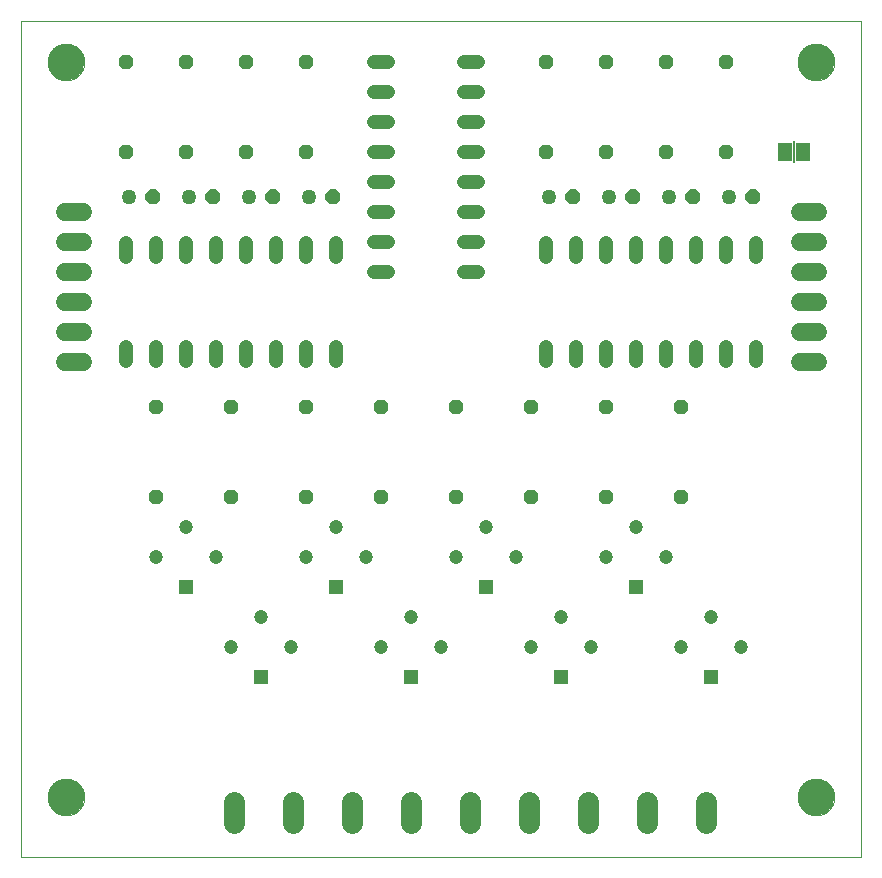
<source format=gbs>
G75*
%MOIN*%
%OFA0B0*%
%FSLAX25Y25*%
%IPPOS*%
%LPD*%
%AMOC8*
5,1,8,0,0,1.08239X$1,22.5*
%
%ADD10C,0.00000*%
%ADD11C,0.12205*%
%ADD12C,0.04800*%
%ADD13R,0.04724X0.04724*%
%ADD14C,0.04724*%
%ADD15C,0.07050*%
%ADD16OC8,0.04800*%
%ADD17OC8,0.05000*%
%ADD18C,0.05000*%
%ADD19R,0.04600X0.06300*%
%ADD20R,0.00600X0.07200*%
%ADD21C,0.06000*%
D10*
X0001600Y0012379D02*
X0001600Y0291080D01*
X0281521Y0291080D01*
X0281521Y0012379D01*
X0001600Y0012379D01*
X0010498Y0032379D02*
X0010500Y0032535D01*
X0010506Y0032691D01*
X0010516Y0032846D01*
X0010530Y0033001D01*
X0010548Y0033156D01*
X0010570Y0033310D01*
X0010595Y0033464D01*
X0010625Y0033617D01*
X0010659Y0033769D01*
X0010696Y0033921D01*
X0010737Y0034071D01*
X0010782Y0034220D01*
X0010831Y0034368D01*
X0010884Y0034515D01*
X0010940Y0034660D01*
X0011000Y0034804D01*
X0011064Y0034946D01*
X0011132Y0035087D01*
X0011203Y0035225D01*
X0011277Y0035362D01*
X0011355Y0035497D01*
X0011436Y0035630D01*
X0011521Y0035761D01*
X0011609Y0035890D01*
X0011700Y0036016D01*
X0011795Y0036140D01*
X0011892Y0036261D01*
X0011993Y0036380D01*
X0012097Y0036497D01*
X0012203Y0036610D01*
X0012313Y0036721D01*
X0012425Y0036829D01*
X0012540Y0036934D01*
X0012658Y0037037D01*
X0012778Y0037136D01*
X0012901Y0037232D01*
X0013026Y0037325D01*
X0013153Y0037414D01*
X0013283Y0037501D01*
X0013415Y0037584D01*
X0013549Y0037663D01*
X0013685Y0037740D01*
X0013823Y0037812D01*
X0013962Y0037882D01*
X0014104Y0037947D01*
X0014247Y0038009D01*
X0014391Y0038067D01*
X0014537Y0038122D01*
X0014685Y0038173D01*
X0014833Y0038220D01*
X0014983Y0038263D01*
X0015134Y0038302D01*
X0015286Y0038338D01*
X0015438Y0038369D01*
X0015592Y0038397D01*
X0015746Y0038421D01*
X0015900Y0038441D01*
X0016055Y0038457D01*
X0016211Y0038469D01*
X0016366Y0038477D01*
X0016522Y0038481D01*
X0016678Y0038481D01*
X0016834Y0038477D01*
X0016989Y0038469D01*
X0017145Y0038457D01*
X0017300Y0038441D01*
X0017454Y0038421D01*
X0017608Y0038397D01*
X0017762Y0038369D01*
X0017914Y0038338D01*
X0018066Y0038302D01*
X0018217Y0038263D01*
X0018367Y0038220D01*
X0018515Y0038173D01*
X0018663Y0038122D01*
X0018809Y0038067D01*
X0018953Y0038009D01*
X0019096Y0037947D01*
X0019238Y0037882D01*
X0019377Y0037812D01*
X0019515Y0037740D01*
X0019651Y0037663D01*
X0019785Y0037584D01*
X0019917Y0037501D01*
X0020047Y0037414D01*
X0020174Y0037325D01*
X0020299Y0037232D01*
X0020422Y0037136D01*
X0020542Y0037037D01*
X0020660Y0036934D01*
X0020775Y0036829D01*
X0020887Y0036721D01*
X0020997Y0036610D01*
X0021103Y0036497D01*
X0021207Y0036380D01*
X0021308Y0036261D01*
X0021405Y0036140D01*
X0021500Y0036016D01*
X0021591Y0035890D01*
X0021679Y0035761D01*
X0021764Y0035630D01*
X0021845Y0035497D01*
X0021923Y0035362D01*
X0021997Y0035225D01*
X0022068Y0035087D01*
X0022136Y0034946D01*
X0022200Y0034804D01*
X0022260Y0034660D01*
X0022316Y0034515D01*
X0022369Y0034368D01*
X0022418Y0034220D01*
X0022463Y0034071D01*
X0022504Y0033921D01*
X0022541Y0033769D01*
X0022575Y0033617D01*
X0022605Y0033464D01*
X0022630Y0033310D01*
X0022652Y0033156D01*
X0022670Y0033001D01*
X0022684Y0032846D01*
X0022694Y0032691D01*
X0022700Y0032535D01*
X0022702Y0032379D01*
X0022700Y0032223D01*
X0022694Y0032067D01*
X0022684Y0031912D01*
X0022670Y0031757D01*
X0022652Y0031602D01*
X0022630Y0031448D01*
X0022605Y0031294D01*
X0022575Y0031141D01*
X0022541Y0030989D01*
X0022504Y0030837D01*
X0022463Y0030687D01*
X0022418Y0030538D01*
X0022369Y0030390D01*
X0022316Y0030243D01*
X0022260Y0030098D01*
X0022200Y0029954D01*
X0022136Y0029812D01*
X0022068Y0029671D01*
X0021997Y0029533D01*
X0021923Y0029396D01*
X0021845Y0029261D01*
X0021764Y0029128D01*
X0021679Y0028997D01*
X0021591Y0028868D01*
X0021500Y0028742D01*
X0021405Y0028618D01*
X0021308Y0028497D01*
X0021207Y0028378D01*
X0021103Y0028261D01*
X0020997Y0028148D01*
X0020887Y0028037D01*
X0020775Y0027929D01*
X0020660Y0027824D01*
X0020542Y0027721D01*
X0020422Y0027622D01*
X0020299Y0027526D01*
X0020174Y0027433D01*
X0020047Y0027344D01*
X0019917Y0027257D01*
X0019785Y0027174D01*
X0019651Y0027095D01*
X0019515Y0027018D01*
X0019377Y0026946D01*
X0019238Y0026876D01*
X0019096Y0026811D01*
X0018953Y0026749D01*
X0018809Y0026691D01*
X0018663Y0026636D01*
X0018515Y0026585D01*
X0018367Y0026538D01*
X0018217Y0026495D01*
X0018066Y0026456D01*
X0017914Y0026420D01*
X0017762Y0026389D01*
X0017608Y0026361D01*
X0017454Y0026337D01*
X0017300Y0026317D01*
X0017145Y0026301D01*
X0016989Y0026289D01*
X0016834Y0026281D01*
X0016678Y0026277D01*
X0016522Y0026277D01*
X0016366Y0026281D01*
X0016211Y0026289D01*
X0016055Y0026301D01*
X0015900Y0026317D01*
X0015746Y0026337D01*
X0015592Y0026361D01*
X0015438Y0026389D01*
X0015286Y0026420D01*
X0015134Y0026456D01*
X0014983Y0026495D01*
X0014833Y0026538D01*
X0014685Y0026585D01*
X0014537Y0026636D01*
X0014391Y0026691D01*
X0014247Y0026749D01*
X0014104Y0026811D01*
X0013962Y0026876D01*
X0013823Y0026946D01*
X0013685Y0027018D01*
X0013549Y0027095D01*
X0013415Y0027174D01*
X0013283Y0027257D01*
X0013153Y0027344D01*
X0013026Y0027433D01*
X0012901Y0027526D01*
X0012778Y0027622D01*
X0012658Y0027721D01*
X0012540Y0027824D01*
X0012425Y0027929D01*
X0012313Y0028037D01*
X0012203Y0028148D01*
X0012097Y0028261D01*
X0011993Y0028378D01*
X0011892Y0028497D01*
X0011795Y0028618D01*
X0011700Y0028742D01*
X0011609Y0028868D01*
X0011521Y0028997D01*
X0011436Y0029128D01*
X0011355Y0029261D01*
X0011277Y0029396D01*
X0011203Y0029533D01*
X0011132Y0029671D01*
X0011064Y0029812D01*
X0011000Y0029954D01*
X0010940Y0030098D01*
X0010884Y0030243D01*
X0010831Y0030390D01*
X0010782Y0030538D01*
X0010737Y0030687D01*
X0010696Y0030837D01*
X0010659Y0030989D01*
X0010625Y0031141D01*
X0010595Y0031294D01*
X0010570Y0031448D01*
X0010548Y0031602D01*
X0010530Y0031757D01*
X0010516Y0031912D01*
X0010506Y0032067D01*
X0010500Y0032223D01*
X0010498Y0032379D01*
X0010498Y0277379D02*
X0010500Y0277535D01*
X0010506Y0277691D01*
X0010516Y0277846D01*
X0010530Y0278001D01*
X0010548Y0278156D01*
X0010570Y0278310D01*
X0010595Y0278464D01*
X0010625Y0278617D01*
X0010659Y0278769D01*
X0010696Y0278921D01*
X0010737Y0279071D01*
X0010782Y0279220D01*
X0010831Y0279368D01*
X0010884Y0279515D01*
X0010940Y0279660D01*
X0011000Y0279804D01*
X0011064Y0279946D01*
X0011132Y0280087D01*
X0011203Y0280225D01*
X0011277Y0280362D01*
X0011355Y0280497D01*
X0011436Y0280630D01*
X0011521Y0280761D01*
X0011609Y0280890D01*
X0011700Y0281016D01*
X0011795Y0281140D01*
X0011892Y0281261D01*
X0011993Y0281380D01*
X0012097Y0281497D01*
X0012203Y0281610D01*
X0012313Y0281721D01*
X0012425Y0281829D01*
X0012540Y0281934D01*
X0012658Y0282037D01*
X0012778Y0282136D01*
X0012901Y0282232D01*
X0013026Y0282325D01*
X0013153Y0282414D01*
X0013283Y0282501D01*
X0013415Y0282584D01*
X0013549Y0282663D01*
X0013685Y0282740D01*
X0013823Y0282812D01*
X0013962Y0282882D01*
X0014104Y0282947D01*
X0014247Y0283009D01*
X0014391Y0283067D01*
X0014537Y0283122D01*
X0014685Y0283173D01*
X0014833Y0283220D01*
X0014983Y0283263D01*
X0015134Y0283302D01*
X0015286Y0283338D01*
X0015438Y0283369D01*
X0015592Y0283397D01*
X0015746Y0283421D01*
X0015900Y0283441D01*
X0016055Y0283457D01*
X0016211Y0283469D01*
X0016366Y0283477D01*
X0016522Y0283481D01*
X0016678Y0283481D01*
X0016834Y0283477D01*
X0016989Y0283469D01*
X0017145Y0283457D01*
X0017300Y0283441D01*
X0017454Y0283421D01*
X0017608Y0283397D01*
X0017762Y0283369D01*
X0017914Y0283338D01*
X0018066Y0283302D01*
X0018217Y0283263D01*
X0018367Y0283220D01*
X0018515Y0283173D01*
X0018663Y0283122D01*
X0018809Y0283067D01*
X0018953Y0283009D01*
X0019096Y0282947D01*
X0019238Y0282882D01*
X0019377Y0282812D01*
X0019515Y0282740D01*
X0019651Y0282663D01*
X0019785Y0282584D01*
X0019917Y0282501D01*
X0020047Y0282414D01*
X0020174Y0282325D01*
X0020299Y0282232D01*
X0020422Y0282136D01*
X0020542Y0282037D01*
X0020660Y0281934D01*
X0020775Y0281829D01*
X0020887Y0281721D01*
X0020997Y0281610D01*
X0021103Y0281497D01*
X0021207Y0281380D01*
X0021308Y0281261D01*
X0021405Y0281140D01*
X0021500Y0281016D01*
X0021591Y0280890D01*
X0021679Y0280761D01*
X0021764Y0280630D01*
X0021845Y0280497D01*
X0021923Y0280362D01*
X0021997Y0280225D01*
X0022068Y0280087D01*
X0022136Y0279946D01*
X0022200Y0279804D01*
X0022260Y0279660D01*
X0022316Y0279515D01*
X0022369Y0279368D01*
X0022418Y0279220D01*
X0022463Y0279071D01*
X0022504Y0278921D01*
X0022541Y0278769D01*
X0022575Y0278617D01*
X0022605Y0278464D01*
X0022630Y0278310D01*
X0022652Y0278156D01*
X0022670Y0278001D01*
X0022684Y0277846D01*
X0022694Y0277691D01*
X0022700Y0277535D01*
X0022702Y0277379D01*
X0022700Y0277223D01*
X0022694Y0277067D01*
X0022684Y0276912D01*
X0022670Y0276757D01*
X0022652Y0276602D01*
X0022630Y0276448D01*
X0022605Y0276294D01*
X0022575Y0276141D01*
X0022541Y0275989D01*
X0022504Y0275837D01*
X0022463Y0275687D01*
X0022418Y0275538D01*
X0022369Y0275390D01*
X0022316Y0275243D01*
X0022260Y0275098D01*
X0022200Y0274954D01*
X0022136Y0274812D01*
X0022068Y0274671D01*
X0021997Y0274533D01*
X0021923Y0274396D01*
X0021845Y0274261D01*
X0021764Y0274128D01*
X0021679Y0273997D01*
X0021591Y0273868D01*
X0021500Y0273742D01*
X0021405Y0273618D01*
X0021308Y0273497D01*
X0021207Y0273378D01*
X0021103Y0273261D01*
X0020997Y0273148D01*
X0020887Y0273037D01*
X0020775Y0272929D01*
X0020660Y0272824D01*
X0020542Y0272721D01*
X0020422Y0272622D01*
X0020299Y0272526D01*
X0020174Y0272433D01*
X0020047Y0272344D01*
X0019917Y0272257D01*
X0019785Y0272174D01*
X0019651Y0272095D01*
X0019515Y0272018D01*
X0019377Y0271946D01*
X0019238Y0271876D01*
X0019096Y0271811D01*
X0018953Y0271749D01*
X0018809Y0271691D01*
X0018663Y0271636D01*
X0018515Y0271585D01*
X0018367Y0271538D01*
X0018217Y0271495D01*
X0018066Y0271456D01*
X0017914Y0271420D01*
X0017762Y0271389D01*
X0017608Y0271361D01*
X0017454Y0271337D01*
X0017300Y0271317D01*
X0017145Y0271301D01*
X0016989Y0271289D01*
X0016834Y0271281D01*
X0016678Y0271277D01*
X0016522Y0271277D01*
X0016366Y0271281D01*
X0016211Y0271289D01*
X0016055Y0271301D01*
X0015900Y0271317D01*
X0015746Y0271337D01*
X0015592Y0271361D01*
X0015438Y0271389D01*
X0015286Y0271420D01*
X0015134Y0271456D01*
X0014983Y0271495D01*
X0014833Y0271538D01*
X0014685Y0271585D01*
X0014537Y0271636D01*
X0014391Y0271691D01*
X0014247Y0271749D01*
X0014104Y0271811D01*
X0013962Y0271876D01*
X0013823Y0271946D01*
X0013685Y0272018D01*
X0013549Y0272095D01*
X0013415Y0272174D01*
X0013283Y0272257D01*
X0013153Y0272344D01*
X0013026Y0272433D01*
X0012901Y0272526D01*
X0012778Y0272622D01*
X0012658Y0272721D01*
X0012540Y0272824D01*
X0012425Y0272929D01*
X0012313Y0273037D01*
X0012203Y0273148D01*
X0012097Y0273261D01*
X0011993Y0273378D01*
X0011892Y0273497D01*
X0011795Y0273618D01*
X0011700Y0273742D01*
X0011609Y0273868D01*
X0011521Y0273997D01*
X0011436Y0274128D01*
X0011355Y0274261D01*
X0011277Y0274396D01*
X0011203Y0274533D01*
X0011132Y0274671D01*
X0011064Y0274812D01*
X0011000Y0274954D01*
X0010940Y0275098D01*
X0010884Y0275243D01*
X0010831Y0275390D01*
X0010782Y0275538D01*
X0010737Y0275687D01*
X0010696Y0275837D01*
X0010659Y0275989D01*
X0010625Y0276141D01*
X0010595Y0276294D01*
X0010570Y0276448D01*
X0010548Y0276602D01*
X0010530Y0276757D01*
X0010516Y0276912D01*
X0010506Y0277067D01*
X0010500Y0277223D01*
X0010498Y0277379D01*
X0260498Y0277379D02*
X0260500Y0277535D01*
X0260506Y0277691D01*
X0260516Y0277846D01*
X0260530Y0278001D01*
X0260548Y0278156D01*
X0260570Y0278310D01*
X0260595Y0278464D01*
X0260625Y0278617D01*
X0260659Y0278769D01*
X0260696Y0278921D01*
X0260737Y0279071D01*
X0260782Y0279220D01*
X0260831Y0279368D01*
X0260884Y0279515D01*
X0260940Y0279660D01*
X0261000Y0279804D01*
X0261064Y0279946D01*
X0261132Y0280087D01*
X0261203Y0280225D01*
X0261277Y0280362D01*
X0261355Y0280497D01*
X0261436Y0280630D01*
X0261521Y0280761D01*
X0261609Y0280890D01*
X0261700Y0281016D01*
X0261795Y0281140D01*
X0261892Y0281261D01*
X0261993Y0281380D01*
X0262097Y0281497D01*
X0262203Y0281610D01*
X0262313Y0281721D01*
X0262425Y0281829D01*
X0262540Y0281934D01*
X0262658Y0282037D01*
X0262778Y0282136D01*
X0262901Y0282232D01*
X0263026Y0282325D01*
X0263153Y0282414D01*
X0263283Y0282501D01*
X0263415Y0282584D01*
X0263549Y0282663D01*
X0263685Y0282740D01*
X0263823Y0282812D01*
X0263962Y0282882D01*
X0264104Y0282947D01*
X0264247Y0283009D01*
X0264391Y0283067D01*
X0264537Y0283122D01*
X0264685Y0283173D01*
X0264833Y0283220D01*
X0264983Y0283263D01*
X0265134Y0283302D01*
X0265286Y0283338D01*
X0265438Y0283369D01*
X0265592Y0283397D01*
X0265746Y0283421D01*
X0265900Y0283441D01*
X0266055Y0283457D01*
X0266211Y0283469D01*
X0266366Y0283477D01*
X0266522Y0283481D01*
X0266678Y0283481D01*
X0266834Y0283477D01*
X0266989Y0283469D01*
X0267145Y0283457D01*
X0267300Y0283441D01*
X0267454Y0283421D01*
X0267608Y0283397D01*
X0267762Y0283369D01*
X0267914Y0283338D01*
X0268066Y0283302D01*
X0268217Y0283263D01*
X0268367Y0283220D01*
X0268515Y0283173D01*
X0268663Y0283122D01*
X0268809Y0283067D01*
X0268953Y0283009D01*
X0269096Y0282947D01*
X0269238Y0282882D01*
X0269377Y0282812D01*
X0269515Y0282740D01*
X0269651Y0282663D01*
X0269785Y0282584D01*
X0269917Y0282501D01*
X0270047Y0282414D01*
X0270174Y0282325D01*
X0270299Y0282232D01*
X0270422Y0282136D01*
X0270542Y0282037D01*
X0270660Y0281934D01*
X0270775Y0281829D01*
X0270887Y0281721D01*
X0270997Y0281610D01*
X0271103Y0281497D01*
X0271207Y0281380D01*
X0271308Y0281261D01*
X0271405Y0281140D01*
X0271500Y0281016D01*
X0271591Y0280890D01*
X0271679Y0280761D01*
X0271764Y0280630D01*
X0271845Y0280497D01*
X0271923Y0280362D01*
X0271997Y0280225D01*
X0272068Y0280087D01*
X0272136Y0279946D01*
X0272200Y0279804D01*
X0272260Y0279660D01*
X0272316Y0279515D01*
X0272369Y0279368D01*
X0272418Y0279220D01*
X0272463Y0279071D01*
X0272504Y0278921D01*
X0272541Y0278769D01*
X0272575Y0278617D01*
X0272605Y0278464D01*
X0272630Y0278310D01*
X0272652Y0278156D01*
X0272670Y0278001D01*
X0272684Y0277846D01*
X0272694Y0277691D01*
X0272700Y0277535D01*
X0272702Y0277379D01*
X0272700Y0277223D01*
X0272694Y0277067D01*
X0272684Y0276912D01*
X0272670Y0276757D01*
X0272652Y0276602D01*
X0272630Y0276448D01*
X0272605Y0276294D01*
X0272575Y0276141D01*
X0272541Y0275989D01*
X0272504Y0275837D01*
X0272463Y0275687D01*
X0272418Y0275538D01*
X0272369Y0275390D01*
X0272316Y0275243D01*
X0272260Y0275098D01*
X0272200Y0274954D01*
X0272136Y0274812D01*
X0272068Y0274671D01*
X0271997Y0274533D01*
X0271923Y0274396D01*
X0271845Y0274261D01*
X0271764Y0274128D01*
X0271679Y0273997D01*
X0271591Y0273868D01*
X0271500Y0273742D01*
X0271405Y0273618D01*
X0271308Y0273497D01*
X0271207Y0273378D01*
X0271103Y0273261D01*
X0270997Y0273148D01*
X0270887Y0273037D01*
X0270775Y0272929D01*
X0270660Y0272824D01*
X0270542Y0272721D01*
X0270422Y0272622D01*
X0270299Y0272526D01*
X0270174Y0272433D01*
X0270047Y0272344D01*
X0269917Y0272257D01*
X0269785Y0272174D01*
X0269651Y0272095D01*
X0269515Y0272018D01*
X0269377Y0271946D01*
X0269238Y0271876D01*
X0269096Y0271811D01*
X0268953Y0271749D01*
X0268809Y0271691D01*
X0268663Y0271636D01*
X0268515Y0271585D01*
X0268367Y0271538D01*
X0268217Y0271495D01*
X0268066Y0271456D01*
X0267914Y0271420D01*
X0267762Y0271389D01*
X0267608Y0271361D01*
X0267454Y0271337D01*
X0267300Y0271317D01*
X0267145Y0271301D01*
X0266989Y0271289D01*
X0266834Y0271281D01*
X0266678Y0271277D01*
X0266522Y0271277D01*
X0266366Y0271281D01*
X0266211Y0271289D01*
X0266055Y0271301D01*
X0265900Y0271317D01*
X0265746Y0271337D01*
X0265592Y0271361D01*
X0265438Y0271389D01*
X0265286Y0271420D01*
X0265134Y0271456D01*
X0264983Y0271495D01*
X0264833Y0271538D01*
X0264685Y0271585D01*
X0264537Y0271636D01*
X0264391Y0271691D01*
X0264247Y0271749D01*
X0264104Y0271811D01*
X0263962Y0271876D01*
X0263823Y0271946D01*
X0263685Y0272018D01*
X0263549Y0272095D01*
X0263415Y0272174D01*
X0263283Y0272257D01*
X0263153Y0272344D01*
X0263026Y0272433D01*
X0262901Y0272526D01*
X0262778Y0272622D01*
X0262658Y0272721D01*
X0262540Y0272824D01*
X0262425Y0272929D01*
X0262313Y0273037D01*
X0262203Y0273148D01*
X0262097Y0273261D01*
X0261993Y0273378D01*
X0261892Y0273497D01*
X0261795Y0273618D01*
X0261700Y0273742D01*
X0261609Y0273868D01*
X0261521Y0273997D01*
X0261436Y0274128D01*
X0261355Y0274261D01*
X0261277Y0274396D01*
X0261203Y0274533D01*
X0261132Y0274671D01*
X0261064Y0274812D01*
X0261000Y0274954D01*
X0260940Y0275098D01*
X0260884Y0275243D01*
X0260831Y0275390D01*
X0260782Y0275538D01*
X0260737Y0275687D01*
X0260696Y0275837D01*
X0260659Y0275989D01*
X0260625Y0276141D01*
X0260595Y0276294D01*
X0260570Y0276448D01*
X0260548Y0276602D01*
X0260530Y0276757D01*
X0260516Y0276912D01*
X0260506Y0277067D01*
X0260500Y0277223D01*
X0260498Y0277379D01*
X0260498Y0032379D02*
X0260500Y0032535D01*
X0260506Y0032691D01*
X0260516Y0032846D01*
X0260530Y0033001D01*
X0260548Y0033156D01*
X0260570Y0033310D01*
X0260595Y0033464D01*
X0260625Y0033617D01*
X0260659Y0033769D01*
X0260696Y0033921D01*
X0260737Y0034071D01*
X0260782Y0034220D01*
X0260831Y0034368D01*
X0260884Y0034515D01*
X0260940Y0034660D01*
X0261000Y0034804D01*
X0261064Y0034946D01*
X0261132Y0035087D01*
X0261203Y0035225D01*
X0261277Y0035362D01*
X0261355Y0035497D01*
X0261436Y0035630D01*
X0261521Y0035761D01*
X0261609Y0035890D01*
X0261700Y0036016D01*
X0261795Y0036140D01*
X0261892Y0036261D01*
X0261993Y0036380D01*
X0262097Y0036497D01*
X0262203Y0036610D01*
X0262313Y0036721D01*
X0262425Y0036829D01*
X0262540Y0036934D01*
X0262658Y0037037D01*
X0262778Y0037136D01*
X0262901Y0037232D01*
X0263026Y0037325D01*
X0263153Y0037414D01*
X0263283Y0037501D01*
X0263415Y0037584D01*
X0263549Y0037663D01*
X0263685Y0037740D01*
X0263823Y0037812D01*
X0263962Y0037882D01*
X0264104Y0037947D01*
X0264247Y0038009D01*
X0264391Y0038067D01*
X0264537Y0038122D01*
X0264685Y0038173D01*
X0264833Y0038220D01*
X0264983Y0038263D01*
X0265134Y0038302D01*
X0265286Y0038338D01*
X0265438Y0038369D01*
X0265592Y0038397D01*
X0265746Y0038421D01*
X0265900Y0038441D01*
X0266055Y0038457D01*
X0266211Y0038469D01*
X0266366Y0038477D01*
X0266522Y0038481D01*
X0266678Y0038481D01*
X0266834Y0038477D01*
X0266989Y0038469D01*
X0267145Y0038457D01*
X0267300Y0038441D01*
X0267454Y0038421D01*
X0267608Y0038397D01*
X0267762Y0038369D01*
X0267914Y0038338D01*
X0268066Y0038302D01*
X0268217Y0038263D01*
X0268367Y0038220D01*
X0268515Y0038173D01*
X0268663Y0038122D01*
X0268809Y0038067D01*
X0268953Y0038009D01*
X0269096Y0037947D01*
X0269238Y0037882D01*
X0269377Y0037812D01*
X0269515Y0037740D01*
X0269651Y0037663D01*
X0269785Y0037584D01*
X0269917Y0037501D01*
X0270047Y0037414D01*
X0270174Y0037325D01*
X0270299Y0037232D01*
X0270422Y0037136D01*
X0270542Y0037037D01*
X0270660Y0036934D01*
X0270775Y0036829D01*
X0270887Y0036721D01*
X0270997Y0036610D01*
X0271103Y0036497D01*
X0271207Y0036380D01*
X0271308Y0036261D01*
X0271405Y0036140D01*
X0271500Y0036016D01*
X0271591Y0035890D01*
X0271679Y0035761D01*
X0271764Y0035630D01*
X0271845Y0035497D01*
X0271923Y0035362D01*
X0271997Y0035225D01*
X0272068Y0035087D01*
X0272136Y0034946D01*
X0272200Y0034804D01*
X0272260Y0034660D01*
X0272316Y0034515D01*
X0272369Y0034368D01*
X0272418Y0034220D01*
X0272463Y0034071D01*
X0272504Y0033921D01*
X0272541Y0033769D01*
X0272575Y0033617D01*
X0272605Y0033464D01*
X0272630Y0033310D01*
X0272652Y0033156D01*
X0272670Y0033001D01*
X0272684Y0032846D01*
X0272694Y0032691D01*
X0272700Y0032535D01*
X0272702Y0032379D01*
X0272700Y0032223D01*
X0272694Y0032067D01*
X0272684Y0031912D01*
X0272670Y0031757D01*
X0272652Y0031602D01*
X0272630Y0031448D01*
X0272605Y0031294D01*
X0272575Y0031141D01*
X0272541Y0030989D01*
X0272504Y0030837D01*
X0272463Y0030687D01*
X0272418Y0030538D01*
X0272369Y0030390D01*
X0272316Y0030243D01*
X0272260Y0030098D01*
X0272200Y0029954D01*
X0272136Y0029812D01*
X0272068Y0029671D01*
X0271997Y0029533D01*
X0271923Y0029396D01*
X0271845Y0029261D01*
X0271764Y0029128D01*
X0271679Y0028997D01*
X0271591Y0028868D01*
X0271500Y0028742D01*
X0271405Y0028618D01*
X0271308Y0028497D01*
X0271207Y0028378D01*
X0271103Y0028261D01*
X0270997Y0028148D01*
X0270887Y0028037D01*
X0270775Y0027929D01*
X0270660Y0027824D01*
X0270542Y0027721D01*
X0270422Y0027622D01*
X0270299Y0027526D01*
X0270174Y0027433D01*
X0270047Y0027344D01*
X0269917Y0027257D01*
X0269785Y0027174D01*
X0269651Y0027095D01*
X0269515Y0027018D01*
X0269377Y0026946D01*
X0269238Y0026876D01*
X0269096Y0026811D01*
X0268953Y0026749D01*
X0268809Y0026691D01*
X0268663Y0026636D01*
X0268515Y0026585D01*
X0268367Y0026538D01*
X0268217Y0026495D01*
X0268066Y0026456D01*
X0267914Y0026420D01*
X0267762Y0026389D01*
X0267608Y0026361D01*
X0267454Y0026337D01*
X0267300Y0026317D01*
X0267145Y0026301D01*
X0266989Y0026289D01*
X0266834Y0026281D01*
X0266678Y0026277D01*
X0266522Y0026277D01*
X0266366Y0026281D01*
X0266211Y0026289D01*
X0266055Y0026301D01*
X0265900Y0026317D01*
X0265746Y0026337D01*
X0265592Y0026361D01*
X0265438Y0026389D01*
X0265286Y0026420D01*
X0265134Y0026456D01*
X0264983Y0026495D01*
X0264833Y0026538D01*
X0264685Y0026585D01*
X0264537Y0026636D01*
X0264391Y0026691D01*
X0264247Y0026749D01*
X0264104Y0026811D01*
X0263962Y0026876D01*
X0263823Y0026946D01*
X0263685Y0027018D01*
X0263549Y0027095D01*
X0263415Y0027174D01*
X0263283Y0027257D01*
X0263153Y0027344D01*
X0263026Y0027433D01*
X0262901Y0027526D01*
X0262778Y0027622D01*
X0262658Y0027721D01*
X0262540Y0027824D01*
X0262425Y0027929D01*
X0262313Y0028037D01*
X0262203Y0028148D01*
X0262097Y0028261D01*
X0261993Y0028378D01*
X0261892Y0028497D01*
X0261795Y0028618D01*
X0261700Y0028742D01*
X0261609Y0028868D01*
X0261521Y0028997D01*
X0261436Y0029128D01*
X0261355Y0029261D01*
X0261277Y0029396D01*
X0261203Y0029533D01*
X0261132Y0029671D01*
X0261064Y0029812D01*
X0261000Y0029954D01*
X0260940Y0030098D01*
X0260884Y0030243D01*
X0260831Y0030390D01*
X0260782Y0030538D01*
X0260737Y0030687D01*
X0260696Y0030837D01*
X0260659Y0030989D01*
X0260625Y0031141D01*
X0260595Y0031294D01*
X0260570Y0031448D01*
X0260548Y0031602D01*
X0260530Y0031757D01*
X0260516Y0031912D01*
X0260506Y0032067D01*
X0260500Y0032223D01*
X0260498Y0032379D01*
D11*
X0266600Y0032379D03*
X0266600Y0277379D03*
X0016600Y0277379D03*
X0016600Y0032379D03*
D12*
X0036600Y0177579D02*
X0036600Y0182379D01*
X0046600Y0182379D02*
X0046600Y0177579D01*
X0056600Y0177579D02*
X0056600Y0182379D01*
X0066600Y0182379D02*
X0066600Y0177579D01*
X0076600Y0177579D02*
X0076600Y0182379D01*
X0086600Y0182379D02*
X0086600Y0177579D01*
X0096600Y0177579D02*
X0096600Y0182379D01*
X0106600Y0182379D02*
X0106600Y0177579D01*
X0119200Y0207379D02*
X0124000Y0207379D01*
X0124000Y0217379D02*
X0119200Y0217379D01*
X0119200Y0227379D02*
X0124000Y0227379D01*
X0124000Y0237379D02*
X0119200Y0237379D01*
X0119200Y0247379D02*
X0124000Y0247379D01*
X0124000Y0257379D02*
X0119200Y0257379D01*
X0119200Y0267379D02*
X0124000Y0267379D01*
X0124000Y0277379D02*
X0119200Y0277379D01*
X0149200Y0277379D02*
X0154000Y0277379D01*
X0154000Y0267379D02*
X0149200Y0267379D01*
X0149200Y0257379D02*
X0154000Y0257379D01*
X0154000Y0247379D02*
X0149200Y0247379D01*
X0149200Y0237379D02*
X0154000Y0237379D01*
X0154000Y0227379D02*
X0149200Y0227379D01*
X0149200Y0217379D02*
X0154000Y0217379D01*
X0154000Y0207379D02*
X0149200Y0207379D01*
X0176600Y0212379D02*
X0176600Y0217179D01*
X0186600Y0217179D02*
X0186600Y0212379D01*
X0196600Y0212379D02*
X0196600Y0217179D01*
X0206600Y0217179D02*
X0206600Y0212379D01*
X0216600Y0212379D02*
X0216600Y0217179D01*
X0226600Y0217179D02*
X0226600Y0212379D01*
X0236600Y0212379D02*
X0236600Y0217179D01*
X0246600Y0217179D02*
X0246600Y0212379D01*
X0246600Y0182379D02*
X0246600Y0177579D01*
X0236600Y0177579D02*
X0236600Y0182379D01*
X0226600Y0182379D02*
X0226600Y0177579D01*
X0216600Y0177579D02*
X0216600Y0182379D01*
X0206600Y0182379D02*
X0206600Y0177579D01*
X0196600Y0177579D02*
X0196600Y0182379D01*
X0186600Y0182379D02*
X0186600Y0177579D01*
X0176600Y0177579D02*
X0176600Y0182379D01*
X0106600Y0212379D02*
X0106600Y0217179D01*
X0096600Y0217179D02*
X0096600Y0212379D01*
X0086600Y0212379D02*
X0086600Y0217179D01*
X0076600Y0217179D02*
X0076600Y0212379D01*
X0066600Y0212379D02*
X0066600Y0217179D01*
X0056600Y0217179D02*
X0056600Y0212379D01*
X0046600Y0212379D02*
X0046600Y0217179D01*
X0036600Y0217179D02*
X0036600Y0212379D01*
D13*
X0056600Y0102339D03*
X0081600Y0072339D03*
X0106600Y0102339D03*
X0131600Y0072339D03*
X0156600Y0102339D03*
X0181600Y0072339D03*
X0206600Y0102339D03*
X0231600Y0072339D03*
D14*
X0221561Y0082379D03*
X0231600Y0092418D03*
X0241639Y0082379D03*
X0216639Y0112379D03*
X0206600Y0122418D03*
X0196561Y0112379D03*
X0181600Y0092418D03*
X0191639Y0082379D03*
X0171561Y0082379D03*
X0141639Y0082379D03*
X0131600Y0092418D03*
X0121561Y0082379D03*
X0091639Y0082379D03*
X0081600Y0092418D03*
X0071561Y0082379D03*
X0066639Y0112379D03*
X0056600Y0122418D03*
X0046561Y0112379D03*
X0096561Y0112379D03*
X0106600Y0122418D03*
X0116639Y0112379D03*
X0146561Y0112379D03*
X0156600Y0122418D03*
X0166639Y0112379D03*
D15*
X0170891Y0030825D02*
X0170891Y0023775D01*
X0151206Y0023775D02*
X0151206Y0030825D01*
X0131521Y0030825D02*
X0131521Y0023775D01*
X0111836Y0023775D02*
X0111836Y0030825D01*
X0092151Y0030825D02*
X0092151Y0023775D01*
X0072466Y0023775D02*
X0072466Y0030825D01*
X0190576Y0030825D02*
X0190576Y0023775D01*
X0210261Y0023775D02*
X0210261Y0030825D01*
X0229946Y0030825D02*
X0229946Y0023775D01*
D16*
X0221600Y0132379D03*
X0196600Y0132379D03*
X0171600Y0132379D03*
X0146600Y0132379D03*
X0121600Y0132379D03*
X0096600Y0132379D03*
X0071600Y0132379D03*
X0046600Y0132379D03*
X0046600Y0162379D03*
X0071600Y0162379D03*
X0096600Y0162379D03*
X0121600Y0162379D03*
X0146600Y0162379D03*
X0171600Y0162379D03*
X0196600Y0162379D03*
X0221600Y0162379D03*
X0216600Y0247379D03*
X0196600Y0247379D03*
X0176600Y0247379D03*
X0176600Y0277379D03*
X0196600Y0277379D03*
X0216600Y0277379D03*
X0236600Y0277379D03*
X0236600Y0247379D03*
X0096600Y0247379D03*
X0076600Y0247379D03*
X0056600Y0247379D03*
X0036600Y0247379D03*
X0036600Y0277379D03*
X0056600Y0277379D03*
X0076600Y0277379D03*
X0096600Y0277379D03*
D17*
X0105600Y0232379D03*
X0085600Y0232379D03*
X0065600Y0232379D03*
X0045600Y0232379D03*
X0185600Y0232379D03*
X0205600Y0232379D03*
X0225600Y0232379D03*
X0245600Y0232379D03*
D18*
X0237600Y0232379D03*
X0217600Y0232379D03*
X0197600Y0232379D03*
X0177600Y0232379D03*
X0097600Y0232379D03*
X0077600Y0232379D03*
X0057600Y0232379D03*
X0037600Y0232379D03*
D19*
X0256100Y0247379D03*
X0262100Y0247379D03*
D20*
X0259100Y0247379D03*
D21*
X0261100Y0227379D02*
X0267100Y0227379D01*
X0267100Y0217379D02*
X0261100Y0217379D01*
X0261100Y0207379D02*
X0267100Y0207379D01*
X0267100Y0197379D02*
X0261100Y0197379D01*
X0261100Y0187379D02*
X0267100Y0187379D01*
X0267100Y0177379D02*
X0261100Y0177379D01*
X0022100Y0177379D02*
X0016100Y0177379D01*
X0016100Y0187379D02*
X0022100Y0187379D01*
X0022100Y0197379D02*
X0016100Y0197379D01*
X0016100Y0207379D02*
X0022100Y0207379D01*
X0022100Y0217379D02*
X0016100Y0217379D01*
X0016100Y0227379D02*
X0022100Y0227379D01*
M02*

</source>
